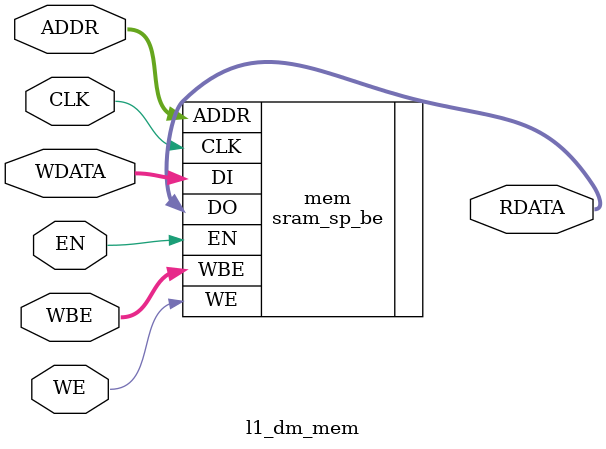
<source format=v>
`ifndef INC_L1_DM_MEM
`define INC_L1_DM_MEM

module l1_dm_mem
#(
	parameter WIDTH = 32,
	parameter DEPTH = 1024
)
(
	input 											CLK,
	input                       EN,
	input 	[$clog2(DEPTH)-1:0] ADDR,
	input                       WE,
	input   [WIDTH/8-1:0]       WBE,
	input 	[WIDTH-1:0] 				WDATA,
	output 	[WIDTH-1:0] 				RDATA
);

	sram_sp_be
	#(
		.WIDTH  (WIDTH),
		.DEPTH 	(DEPTH)
	)
	mem
	(
		.WE 		(WE),
		.WBE    (WBE),
		.EN 		(EN),
		.CLK 		(CLK),
		.ADDR 	(ADDR),
		.DI 		(WDATA),
		.DO 		(RDATA)
	);

endmodule
`endif
</source>
